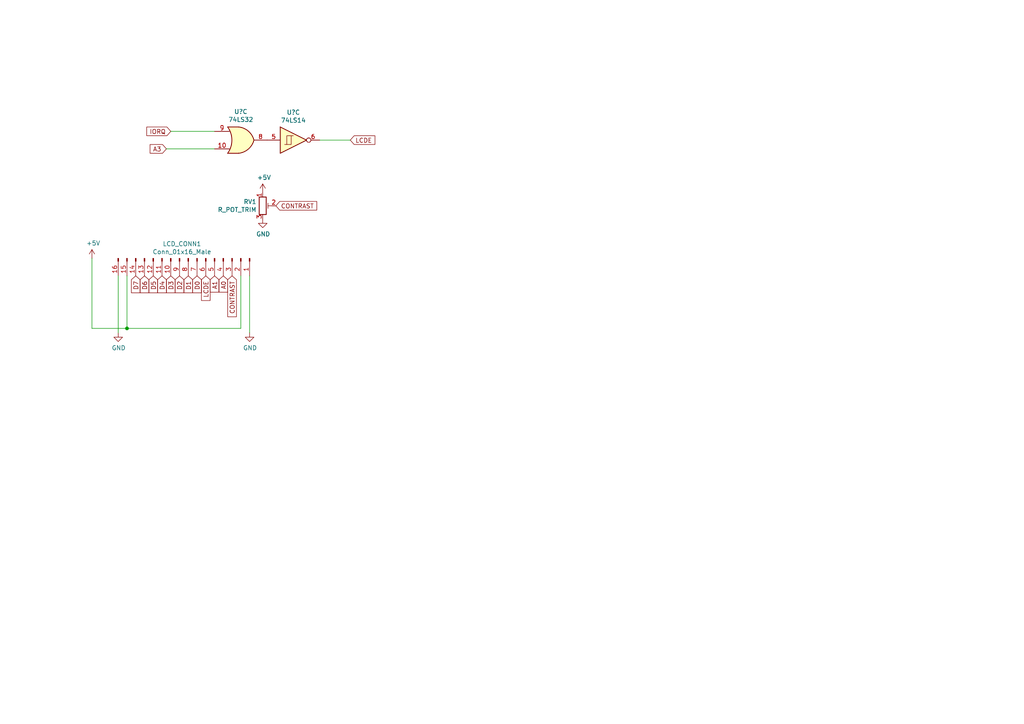
<source format=kicad_sch>
(kicad_sch (version 20211123) (generator eeschema)
  (paper "A4")
  (lib_symbols
    (symbol "74xx:74LS14" (pin_names (offset 1.016))
      (property "Reference" "U" (at 0 1.27 0))
      (property "Value" "74LS14" (at 0 -1.27 0))
      (symbol "74LS14_1_0"
        (polyline (pts (xy -3.81 3.81) (xy -3.81 -3.81) (xy 3.81 0) (xy -3.81 3.81)) (stroke (width 0.254)) (fill (type background)))
        (pin input line (at -7.62 0 0) (length 3.81) (name "~") (number "1"))
        (pin output inverted (at 7.62 0 180) (length 3.81) (name "~") (number "2"))
      )
      (symbol "74LS14_1_1"
        (polyline (pts (xy -1.905 -1.27) (xy -1.905 1.27) (xy -0.635 1.27)))
        (polyline (pts (xy -2.54 -1.27) (xy -0.635 -1.27) (xy -0.635 1.27) (xy 0 1.27)))
      )
      (symbol "74LS14_2_0"
        (polyline (pts (xy -3.81 3.81) (xy -3.81 -3.81) (xy 3.81 0) (xy -3.81 3.81)) (stroke (width 0.254)) (fill (type background)))
        (pin input line (at -7.62 0 0) (length 3.81) (name "~") (number "3"))
        (pin output inverted (at 7.62 0 180) (length 3.81) (name "~") (number "4"))
      )
      (symbol "74LS14_2_1"
        (polyline (pts (xy -1.905 -1.27) (xy -1.905 1.27) (xy -0.635 1.27)))
        (polyline (pts (xy -2.54 -1.27) (xy -0.635 -1.27) (xy -0.635 1.27) (xy 0 1.27)))
      )
      (symbol "74LS14_3_0"
        (polyline (pts (xy -3.81 3.81) (xy -3.81 -3.81) (xy 3.81 0) (xy -3.81 3.81)) (stroke (width 0.254)) (fill (type background)))
        (pin input line (at -7.62 0 0) (length 3.81) (name "~") (number "5"))
        (pin output inverted (at 7.62 0 180) (length 3.81) (name "~") (number "6"))
      )
      (symbol "74LS14_3_1"
        (polyline (pts (xy -1.905 -1.27) (xy -1.905 1.27) (xy -0.635 1.27)))
        (polyline (pts (xy -2.54 -1.27) (xy -0.635 -1.27) (xy -0.635 1.27) (xy 0 1.27)))
      )
      (symbol "74LS14_4_0"
        (polyline (pts (xy -3.81 3.81) (xy -3.81 -3.81) (xy 3.81 0) (xy -3.81 3.81)) (stroke (width 0.254)) (fill (type background)))
        (pin output inverted (at 7.62 0 180) (length 3.81) (name "~") (number "8"))
        (pin input line (at -7.62 0 0) (length 3.81) (name "~") (number "9"))
      )
      (symbol "74LS14_4_1"
        (polyline (pts (xy -1.905 -1.27) (xy -1.905 1.27) (xy -0.635 1.27)))
        (polyline (pts (xy -2.54 -1.27) (xy -0.635 -1.27) (xy -0.635 1.27) (xy 0 1.27)))
      )
      (symbol "74LS14_5_0"
        (polyline (pts (xy -3.81 3.81) (xy -3.81 -3.81) (xy 3.81 0) (xy -3.81 3.81)) (stroke (width 0.254)) (fill (type background)))
        (pin output inverted (at 7.62 0 180) (length 3.81) (name "~") (number "10"))
        (pin input line (at -7.62 0 0) (length 3.81) (name "~") (number "11"))
      )
      (symbol "74LS14_5_1"
        (polyline (pts (xy -1.905 -1.27) (xy -1.905 1.27) (xy -0.635 1.27)))
        (polyline (pts (xy -2.54 -1.27) (xy -0.635 -1.27) (xy -0.635 1.27) (xy 0 1.27)))
      )
      (symbol "74LS14_6_0"
        (polyline (pts (xy -3.81 3.81) (xy -3.81 -3.81) (xy 3.81 0) (xy -3.81 3.81)) (stroke (width 0.254)) (fill (type background)))
        (pin output inverted (at 7.62 0 180) (length 3.81) (name "~") (number "12"))
        (pin input line (at -7.62 0 0) (length 3.81) (name "~") (number "13"))
      )
      (symbol "74LS14_6_1"
        (polyline (pts (xy -1.905 -1.27) (xy -1.905 1.27) (xy -0.635 1.27)))
        (polyline (pts (xy -2.54 -1.27) (xy -0.635 -1.27) (xy -0.635 1.27) (xy 0 1.27)))
      )
      (symbol "74LS14_7_0"
        (pin power_in line (at 0 12.7 270) (length 5.08) (name "VCC") (number "14"))
        (pin power_in line (at 0 -12.7 90) (length 5.08) (name "GND") (number "7"))
      )
      (symbol "74LS14_7_1"
        (rectangle (start -5.08 7.62) (end 5.08 -7.62) (stroke (width 0.254)) (fill (type background)))
      )
    )
    (symbol "74xx:74LS32" (pin_names (offset 1.016))
      (property "Reference" "U" (at 0 1.27 0))
      (property "Value" "74LS32" (at 0 -1.27 0))
      (symbol "74LS32_1_1"
        (arc (start -3.81 -3.81) (mid -2.589 0) (end -3.81 3.81) (stroke (width 0.254)))
        (arc (start -0.6096 -3.81) (mid 2.1842 -2.5851) (end 3.81 0) (stroke (width 0.254)) (fill (type background)))
        (polyline (pts (xy -3.81 -3.81) (xy -0.635 -3.81)) (stroke (width 0.254)) (fill (type background)))
        (polyline (pts (xy -3.81 3.81) (xy -0.635 3.81)) (stroke (width 0.254)) (fill (type background)))
        (polyline (pts (xy -0.635 3.81) (xy -3.81 3.81) (xy -3.81 3.81) (xy -3.556 3.4036) (xy -3.0226 2.2606) (xy -2.6924 1.0414) (xy -2.6162 -0.254) (xy -2.7686 -1.4986) (xy -3.175 -2.7178) (xy -3.81 -3.81) (xy -3.81 -3.81) (xy -0.635 -3.81)) (stroke (width -25.4)) (fill (type background)))
        (arc (start 3.81 0) (mid 2.1915 2.5936) (end -0.6096 3.81) (stroke (width 0.254)) (fill (type background)))
        (pin input line (at -7.62 2.54 0) (length 4.318) (name "~") (number "1"))
        (pin input line (at -7.62 -2.54 0) (length 4.318) (name "~") (number "2"))
        (pin output line (at 7.62 0 180) (length 3.81) (name "~") (number "3"))
      )
      (symbol "74LS32_1_2"
        (arc (start 0 -3.81) (mid 3.81 0) (end 0 3.81) (stroke (width 0.254)) (fill (type background)))
        (polyline (pts (xy 0 3.81) (xy -3.81 3.81) (xy -3.81 -3.81) (xy 0 -3.81)) (stroke (width 0.254)) (fill (type background)))
        (pin input inverted (at -7.62 2.54 0) (length 3.81) (name "~") (number "1"))
        (pin input inverted (at -7.62 -2.54 0) (length 3.81) (name "~") (number "2"))
        (pin output inverted (at 7.62 0 180) (length 3.81) (name "~") (number "3"))
      )
      (symbol "74LS32_2_1"
        (arc (start -3.81 -3.81) (mid -2.589 0) (end -3.81 3.81) (stroke (width 0.254)))
        (arc (start -0.6096 -3.81) (mid 2.1842 -2.5851) (end 3.81 0) (stroke (width 0.254)) (fill (type background)))
        (polyline (pts (xy -3.81 -3.81) (xy -0.635 -3.81)) (stroke (width 0.254)) (fill (type background)))
        (polyline (pts (xy -3.81 3.81) (xy -0.635 3.81)) (stroke (width 0.254)) (fill (type background)))
        (polyline (pts (xy -0.635 3.81) (xy -3.81 3.81) (xy -3.81 3.81) (xy -3.556 3.4036) (xy -3.0226 2.2606) (xy -2.6924 1.0414) (xy -2.6162 -0.254) (xy -2.7686 -1.4986) (xy -3.175 -2.7178) (xy -3.81 -3.81) (xy -3.81 -3.81) (xy -0.635 -3.81)) (stroke (width -25.4)) (fill (type background)))
        (arc (start 3.81 0) (mid 2.1915 2.5936) (end -0.6096 3.81) (stroke (width 0.254)) (fill (type background)))
        (pin input line (at -7.62 2.54 0) (length 4.318) (name "~") (number "4"))
        (pin input line (at -7.62 -2.54 0) (length 4.318) (name "~") (number "5"))
        (pin output line (at 7.62 0 180) (length 3.81) (name "~") (number "6"))
      )
      (symbol "74LS32_2_2"
        (arc (start 0 -3.81) (mid 3.81 0) (end 0 3.81) (stroke (width 0.254)) (fill (type background)))
        (polyline (pts (xy 0 3.81) (xy -3.81 3.81) (xy -3.81 -3.81) (xy 0 -3.81)) (stroke (width 0.254)) (fill (type background)))
        (pin input inverted (at -7.62 2.54 0) (length 3.81) (name "~") (number "4"))
        (pin input inverted (at -7.62 -2.54 0) (length 3.81) (name "~") (number "5"))
        (pin output inverted (at 7.62 0 180) (length 3.81) (name "~") (number "6"))
      )
      (symbol "74LS32_3_1"
        (arc (start -3.81 -3.81) (mid -2.589 0) (end -3.81 3.81) (stroke (width 0.254)))
        (arc (start -0.6096 -3.81) (mid 2.1842 -2.5851) (end 3.81 0) (stroke (width 0.254)) (fill (type background)))
        (polyline (pts (xy -3.81 -3.81) (xy -0.635 -3.81)) (stroke (width 0.254)) (fill (type background)))
        (polyline (pts (xy -3.81 3.81) (xy -0.635 3.81)) (stroke (width 0.254)) (fill (type background)))
        (polyline (pts (xy -0.635 3.81) (xy -3.81 3.81) (xy -3.81 3.81) (xy -3.556 3.4036) (xy -3.0226 2.2606) (xy -2.6924 1.0414) (xy -2.6162 -0.254) (xy -2.7686 -1.4986) (xy -3.175 -2.7178) (xy -3.81 -3.81) (xy -3.81 -3.81) (xy -0.635 -3.81)) (stroke (width -25.4)) (fill (type background)))
        (arc (start 3.81 0) (mid 2.1915 2.5936) (end -0.6096 3.81) (stroke (width 0.254)) (fill (type background)))
        (pin input line (at -7.62 -2.54 0) (length 4.318) (name "~") (number "10"))
        (pin output line (at 7.62 0 180) (length 3.81) (name "~") (number "8"))
        (pin input line (at -7.62 2.54 0) (length 4.318) (name "~") (number "9"))
      )
      (symbol "74LS32_3_2"
        (arc (start 0 -3.81) (mid 3.81 0) (end 0 3.81) (stroke (width 0.254)) (fill (type background)))
        (polyline (pts (xy 0 3.81) (xy -3.81 3.81) (xy -3.81 -3.81) (xy 0 -3.81)) (stroke (width 0.254)) (fill (type background)))
        (pin input inverted (at -7.62 -2.54 0) (length 3.81) (name "~") (number "10"))
        (pin output inverted (at 7.62 0 180) (length 3.81) (name "~") (number "8"))
        (pin input inverted (at -7.62 2.54 0) (length 3.81) (name "~") (number "9"))
      )
      (symbol "74LS32_4_1"
        (arc (start -3.81 -3.81) (mid -2.589 0) (end -3.81 3.81) (stroke (width 0.254)))
        (arc (start -0.6096 -3.81) (mid 2.1842 -2.5851) (end 3.81 0) (stroke (width 0.254)) (fill (type background)))
        (polyline (pts (xy -3.81 -3.81) (xy -0.635 -3.81)) (stroke (width 0.254)) (fill (type background)))
        (polyline (pts (xy -3.81 3.81) (xy -0.635 3.81)) (stroke (width 0.254)) (fill (type background)))
        (polyline (pts (xy -0.635 3.81) (xy -3.81 3.81) (xy -3.81 3.81) (xy -3.556 3.4036) (xy -3.0226 2.2606) (xy -2.6924 1.0414) (xy -2.6162 -0.254) (xy -2.7686 -1.4986) (xy -3.175 -2.7178) (xy -3.81 -3.81) (xy -3.81 -3.81) (xy -0.635 -3.81)) (stroke (width -25.4)) (fill (type background)))
        (arc (start 3.81 0) (mid 2.1915 2.5936) (end -0.6096 3.81) (stroke (width 0.254)) (fill (type background)))
        (pin output line (at 7.62 0 180) (length 3.81) (name "~") (number "11"))
        (pin input line (at -7.62 2.54 0) (length 4.318) (name "~") (number "12"))
        (pin input line (at -7.62 -2.54 0) (length 4.318) (name "~") (number "13"))
      )
      (symbol "74LS32_4_2"
        (arc (start 0 -3.81) (mid 3.81 0) (end 0 3.81) (stroke (width 0.254)) (fill (type background)))
        (polyline (pts (xy 0 3.81) (xy -3.81 3.81) (xy -3.81 -3.81) (xy 0 -3.81)) (stroke (width 0.254)) (fill (type background)))
        (pin output inverted (at 7.62 0 180) (length 3.81) (name "~") (number "11"))
        (pin input inverted (at -7.62 2.54 0) (length 3.81) (name "~") (number "12"))
        (pin input inverted (at -7.62 -2.54 0) (length 3.81) (name "~") (number "13"))
      )
      (symbol "74LS32_5_0"
        (pin power_in line (at 0 12.7 270) (length 5.08) (name "VCC") (number "14"))
        (pin power_in line (at 0 -12.7 90) (length 5.08) (name "GND") (number "7"))
      )
      (symbol "74LS32_5_1"
        (rectangle (start -5.08 7.62) (end 5.08 -7.62) (stroke (width 0.254)) (fill (type background)))
      )
    )
    (symbol "Connector:Conn_01x16_Male" (pin_names (offset 1.016) hide)
      (property "Reference" "J" (at 0 20.32 0))
      (property "Value" "Conn_01x16_Male" (at 0 -22.86 0))
      (symbol "Conn_01x16_Male_1_1"
        (polyline (pts (xy 1.27 -20.32) (xy 0.8636 -20.32)) (stroke (width 0.1524)))
        (polyline (pts (xy 1.27 -17.78) (xy 0.8636 -17.78)) (stroke (width 0.1524)))
        (polyline (pts (xy 1.27 -15.24) (xy 0.8636 -15.24)) (stroke (width 0.1524)))
        (polyline (pts (xy 1.27 -12.7) (xy 0.8636 -12.7)) (stroke (width 0.1524)))
        (polyline (pts (xy 1.27 -10.16) (xy 0.8636 -10.16)) (stroke (width 0.1524)))
        (polyline (pts (xy 1.27 -7.62) (xy 0.8636 -7.62)) (stroke (width 0.1524)))
        (polyline (pts (xy 1.27 -5.08) (xy 0.8636 -5.08)) (stroke (width 0.1524)))
        (polyline (pts (xy 1.27 -2.54) (xy 0.8636 -2.54)) (stroke (width 0.1524)))
        (polyline (pts (xy 1.27 0) (xy 0.8636 0)) (stroke (width 0.1524)))
        (polyline (pts (xy 1.27 2.54) (xy 0.8636 2.54)) (stroke (width 0.1524)))
        (polyline (pts (xy 1.27 5.08) (xy 0.8636 5.08)) (stroke (width 0.1524)))
        (polyline (pts (xy 1.27 7.62) (xy 0.8636 7.62)) (stroke (width 0.1524)))
        (polyline (pts (xy 1.27 10.16) (xy 0.8636 10.16)) (stroke (width 0.1524)))
        (polyline (pts (xy 1.27 12.7) (xy 0.8636 12.7)) (stroke (width 0.1524)))
        (polyline (pts (xy 1.27 15.24) (xy 0.8636 15.24)) (stroke (width 0.1524)))
        (polyline (pts (xy 1.27 17.78) (xy 0.8636 17.78)) (stroke (width 0.1524)))
        (rectangle (start 0.8636 -20.193) (end 0 -20.447) (stroke (width 0.1524)) (fill (type outline)))
        (rectangle (start 0.8636 -17.653) (end 0 -17.907) (stroke (width 0.1524)) (fill (type outline)))
        (rectangle (start 0.8636 -15.113) (end 0 -15.367) (stroke (width 0.1524)) (fill (type outline)))
        (rectangle (start 0.8636 -12.573) (end 0 -12.827) (stroke (width 0.1524)) (fill (type outline)))
        (rectangle (start 0.8636 -10.033) (end 0 -10.287) (stroke (width 0.1524)) (fill (type outline)))
        (rectangle (start 0.8636 -7.493) (end 0 -7.747) (stroke (width 0.1524)) (fill (type outline)))
        (rectangle (start 0.8636 -4.953) (end 0 -5.207) (stroke (width 0.1524)) (fill (type outline)))
        (rectangle (start 0.8636 -2.413) (end 0 -2.667) (stroke (width 0.1524)) (fill (type outline)))
        (rectangle (start 0.8636 0.127) (end 0 -0.127) (stroke (width 0.1524)) (fill (type outline)))
        (rectangle (start 0.8636 2.667) (end 0 2.413) (stroke (width 0.1524)) (fill (type outline)))
        (rectangle (start 0.8636 5.207) (end 0 4.953) (stroke (width 0.1524)) (fill (type outline)))
        (rectangle (start 0.8636 7.747) (end 0 7.493) (stroke (width 0.1524)) (fill (type outline)))
        (rectangle (start 0.8636 10.287) (end 0 10.033) (stroke (width 0.1524)) (fill (type outline)))
        (rectangle (start 0.8636 12.827) (end 0 12.573) (stroke (width 0.1524)) (fill (type outline)))
        (rectangle (start 0.8636 15.367) (end 0 15.113) (stroke (width 0.1524)) (fill (type outline)))
        (rectangle (start 0.8636 17.907) (end 0 17.653) (stroke (width 0.1524)) (fill (type outline)))
        (pin passive line (at 5.08 17.78 180) (length 3.81) (name "Pin_1") (number "1"))
        (pin passive line (at 5.08 -5.08 180) (length 3.81) (name "Pin_10") (number "10"))
        (pin passive line (at 5.08 -7.62 180) (length 3.81) (name "Pin_11") (number "11"))
        (pin passive line (at 5.08 -10.16 180) (length 3.81) (name "Pin_12") (number "12"))
        (pin passive line (at 5.08 -12.7 180) (length 3.81) (name "Pin_13") (number "13"))
        (pin passive line (at 5.08 -15.24 180) (length 3.81) (name "Pin_14") (number "14"))
        (pin passive line (at 5.08 -17.78 180) (length 3.81) (name "Pin_15") (number "15"))
        (pin passive line (at 5.08 -20.32 180) (length 3.81) (name "Pin_16") (number "16"))
        (pin passive line (at 5.08 15.24 180) (length 3.81) (name "Pin_2") (number "2"))
        (pin passive line (at 5.08 12.7 180) (length 3.81) (name "Pin_3") (number "3"))
        (pin passive line (at 5.08 10.16 180) (length 3.81) (name "Pin_4") (number "4"))
        (pin passive line (at 5.08 7.62 180) (length 3.81) (name "Pin_5") (number "5"))
        (pin passive line (at 5.08 5.08 180) (length 3.81) (name "Pin_6") (number "6"))
        (pin passive line (at 5.08 2.54 180) (length 3.81) (name "Pin_7") (number "7"))
        (pin passive line (at 5.08 0 180) (length 3.81) (name "Pin_8") (number "8"))
        (pin passive line (at 5.08 -2.54 180) (length 3.81) (name "Pin_9") (number "9"))
      )
    )
    (symbol "Device:R_POT_TRIM" (pin_names (offset 1.016) hide)
      (property "Reference" "RV" (at -4.445 0 90))
      (property "Value" "Device_R_POT_TRIM" (at -2.54 0 90))
      (symbol "R_POT_TRIM_0_1"
        (polyline (pts (xy 1.524 0.762) (xy 1.524 -0.762)))
        (polyline (pts (xy 2.54 0) (xy 1.524 0)))
        (rectangle (start 1.016 2.54) (end -1.016 -2.54) (stroke (width 0.254)))
      )
      (symbol "R_POT_TRIM_1_1"
        (pin passive line (at 0 3.81 270) (length 1.27) (name "1") (number "1"))
        (pin passive line (at 3.81 0 180) (length 1.27) (name "2") (number "2"))
        (pin passive line (at 0 -3.81 90) (length 1.27) (name "3") (number "3"))
      )
    )
    (symbol "power:+5V" (power) (pin_names (offset 0))
      (property "Value" "+5V" (at 0 3.556 0))
      (symbol "+5V_0_1"
        (polyline (pts (xy -0.762 1.27) (xy 0 2.54)))
        (polyline (pts (xy 0 0) (xy 0 2.54)))
        (polyline (pts (xy 0 2.54) (xy 0.762 1.27)))
      )
      (symbol "+5V_1_1"
        (pin power_in line (at 0 0 90) (length 0) hide (name "+5V") (number "1"))
      )
    )
    (symbol "power:GND" (power) (pin_names (offset 0))
      (property "Value" "GND" (at 0 -3.81 0))
      (symbol "GND_0_1"
        (polyline (pts (xy 0 0) (xy 0 -1.27) (xy 1.27 -1.27) (xy 0 -2.54) (xy -1.27 -1.27) (xy 0 -1.27)))
      )
      (symbol "GND_1_1"
        (pin power_in line (at 0 0 270) (length 0) hide (name "GND") (number "1"))
      )
    )
  )
  (junction (at 36.83 95.25))
  (wire (pts (xy 34.29 96.52) (xy 34.29 80.01)))
  (wire (pts (xy 101.6 40.64) (xy 92.71 40.64)))
  (wire (pts (xy 48.26 43.18) (xy 62.23 43.18)))
  (wire (pts (xy 36.83 80.01) (xy 36.83 95.25)))
  (wire (pts (xy 69.85 95.25) (xy 36.83 95.25)))
  (wire (pts (xy 69.85 80.01) (xy 69.85 95.25)))
  (wire (pts (xy 36.83 95.25) (xy 26.67 95.25)))
  (wire (pts (xy 72.39 96.52) (xy 72.39 80.01)))
  (wire (pts (xy 26.67 95.25) (xy 26.67 74.93)))
  (wire (pts (xy 49.53 38.1) (xy 62.23 38.1)))
  (global_label "CONTRAST" (shape input) (at 67.31 80.01 270) (property "Intersheet References" "${INTERSHEET_REFS}" (effects hide)))
  (global_label "LCDE" (shape input) (at 101.6 40.64 0) (property "Intersheet References" "${INTERSHEET_REFS}" (effects hide)))
  (global_label "D1" (shape input) (at 54.61 80.01 270) (property "Intersheet References" "${INTERSHEET_REFS}" (effects hide)))
  (global_label "D0" (shape input) (at 57.15 80.01 270) (property "Intersheet References" "${INTERSHEET_REFS}" (effects hide)))
  (global_label "D2" (shape input) (at 52.07 80.01 270) (property "Intersheet References" "${INTERSHEET_REFS}" (effects hide)))
  (global_label "LCDE" (shape input) (at 59.69 80.01 270) (property "Intersheet References" "${INTERSHEET_REFS}" (effects hide)))
  (global_label "D5" (shape input) (at 44.45 80.01 270) (property "Intersheet References" "${INTERSHEET_REFS}" (effects hide)))
  (global_label "A0" (shape input) (at 64.77 80.01 270) (property "Intersheet References" "${INTERSHEET_REFS}" (effects hide)))
  (global_label "IORQ" (shape input) (at 49.53 38.1 180) (property "Intersheet References" "${INTERSHEET_REFS}" (effects hide)))
  (global_label "D3" (shape input) (at 49.53 80.01 270) (property "Intersheet References" "${INTERSHEET_REFS}" (effects hide)))
  (global_label "D4" (shape input) (at 46.99 80.01 270) (property "Intersheet References" "${INTERSHEET_REFS}" (effects hide)))
  (global_label "CONTRAST" (shape input) (at 80.01 59.69 0) (property "Intersheet References" "${INTERSHEET_REFS}" (effects hide)))
  (global_label "A3" (shape input) (at 48.26 43.18 180) (property "Intersheet References" "${INTERSHEET_REFS}" (effects hide)))
  (global_label "D7" (shape input) (at 39.37 80.01 270) (property "Intersheet References" "${INTERSHEET_REFS}" (effects hide)))
  (global_label "A1" (shape input) (at 62.23 80.01 270) (property "Intersheet References" "${INTERSHEET_REFS}" (effects hide)))
  (global_label "D6" (shape input) (at 41.91 80.01 270) (property "Intersheet References" "${INTERSHEET_REFS}" (effects hide)))
  (symbol (lib_id "Connector:Conn_01x16_Male") (at 54.61 74.93 270) (unit 1)
    (property "Reference" "LCD_CONN1" (at 52.7812 70.739 90))
    (property "Value" "Conn_01x16_Male" (at 52.7812 73.0504 90))
    (property "Footprint" "Connector_PinHeader_2.54mm:PinHeader_1x16_P2.54mm_Vertical" (effects hide))
  )
  (symbol (lib_id "power:GND") (at 72.39 96.52 0) (unit 1)
    (property "Reference" "#PWR039" (effects hide))
    (property "Value" "GND" (at 72.517 100.9142 0))
  )
  (symbol (lib_id "power:GND") (at 34.29 96.52 0) (unit 1)
    (property "Reference" "#PWR038" (effects hide))
    (property "Value" "GND" (at 34.417 100.9142 0))
  )
  (symbol (lib_id "power:+5V") (at 26.67 74.93 0) (unit 1)
    (property "Reference" "#PWR037" (effects hide))
    (property "Value" "+5V" (at 27.051 70.5358 0))
  )
  (symbol (lib_id "Device:R_POT_TRIM") (at 76.2 59.69 0) (unit 1)
    (property "Reference" "RV1" (at 74.422 58.5216 0) (effects (justify right)))
    (property "Value" "R_POT_TRIM" (at 74.422 60.833 0) (effects (justify right)))
    (property "Footprint" "Potentiometer_THT:Potentiometer_TT_P0915N" (effects hide))
  )
  (symbol (lib_id "power:GND") (at 76.2 63.5 0) (unit 1)
    (property "Reference" "#PWR041" (effects hide))
    (property "Value" "GND" (at 76.327 67.8942 0))
  )
  (symbol (lib_id "power:+5V") (at 76.2 55.88 0) (unit 1)
    (property "Reference" "#PWR040" (effects hide))
    (property "Value" "+5V" (at 76.581 51.4858 0))
  )
  (symbol (lib_id "74xx:74LS32") (at 69.85 40.64 0) (unit 3)
    (property "Reference" "U?" (at 69.85 32.385 0))
    (property "Value" "74LS32" (at 69.85 34.6964 0))
    (property "Datasheet" "http://www.ti.com/lit/gpn/sn74LS32" (effects hide))
  )
  (symbol (lib_id "74xx:74LS14") (at 85.09 40.64 0) (unit 3)
    (property "Reference" "U?" (at 85.09 32.5882 0))
    (property "Value" "74LS14" (at 85.09 34.8996 0))
    (property "Datasheet" "http://www.ti.com/lit/gpn/sn74LS14" (effects hide))
  )
)
</source>
